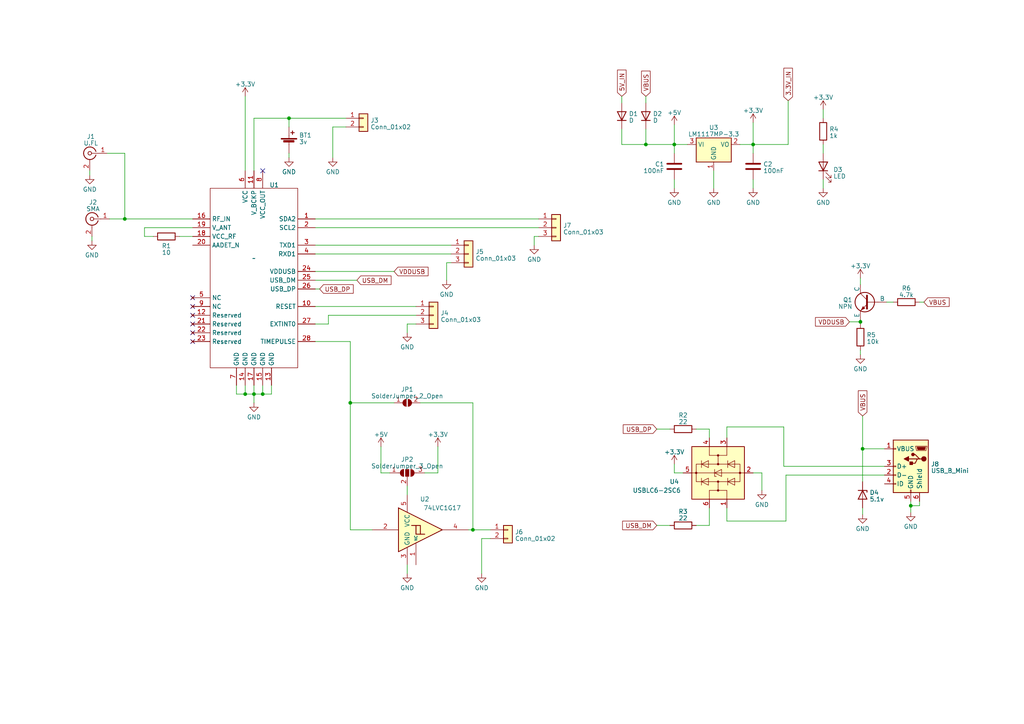
<source format=kicad_sch>
(kicad_sch (version 20230121) (generator eeschema)
  (paper "A4")
  (lib_symbols
    (symbol "74xGxx:74LVC1G17"
      (property "Reference" "U" (at 2.54 7.62 0))
      (property "Value" "74LVC1G17" (at 5.08 -7.62 0))
      (symbol "74LVC1G17_0_1"
        (polyline (pts (xy -2.54 1.27) (xy -1.27 1.27) (xy -1.27 -1.27)) (stroke (width 0.254)) (fill (type background)))
        (polyline (pts (xy -7.62 6.35) (xy -7.62 -6.35) (xy 5.08 0) (xy -7.62 6.35)) (stroke (width 0.254)) (fill (type background)))
        (polyline (pts (xy -3.81 1.27) (xy -2.54 1.27) (xy -2.54 -1.27) (xy 0 -1.27)) (stroke (width 0.254)) (fill (type background)))
      )
      (symbol "74LVC1G17_1_1"
        (pin free line (at -2.54 -10.16 90) (length 6.35) (name "NC") (number "1"))
        (pin input line (at -15.24 0 0) (length 7.62) (name "~") (number "2"))
        (pin power_in line (at -5.08 -10.16 90) (length 5.08) (name "GND") (number "3"))
        (pin output line (at 12.7 0 180) (length 7.62) (name "~") (number "4"))
        (pin power_in line (at -5.08 10.16 270) (length 5.08) (name "VCC") (number "5"))
      )
    )
    (symbol "Connector:Conn_Coaxial" (pin_names (offset 1.016) hide)
      (property "Reference" "J" (at 0.254 3.048 0))
      (property "Value" "Conn_Coaxial" (at 2.921 0 90))
      (symbol "Conn_Coaxial_0_1"
        (arc (start -1.778 -0.508) (mid 0.2311 -1.8066) (end 1.778 0) (stroke (width 0.254)))
        (polyline (pts (xy -2.54 0) (xy -0.508 0)))
        (polyline (pts (xy 0 -2.54) (xy 0 -1.778)))
        (circle (center 0 0) (radius 0.508) (stroke (width 0.2032)))
        (arc (start 1.778 0) (mid 0.2099 1.8101) (end -1.778 0.508) (stroke (width 0.254)))
      )
      (symbol "Conn_Coaxial_1_1"
        (pin passive line (at -5.08 0 0) (length 2.54) (name "In") (number "1"))
        (pin passive line (at 0 -5.08 90) (length 2.54) (name "Ext") (number "2"))
      )
    )
    (symbol "Connector:USB_B_Mini" (pin_names (offset 1.016))
      (property "Reference" "J" (at -5.08 11.43 0))
      (property "Value" "USB_B_Mini" (at -5.08 8.89 0))
      (symbol "USB_B_Mini_0_1"
        (rectangle (start -5.08 -7.62) (end 5.08 7.62) (stroke (width 0.254)) (fill (type background)))
        (circle (center -3.81 2.159) (radius 0.635) (stroke (width 0.254)) (fill (type outline)))
        (circle (center -0.635 3.429) (radius 0.381) (stroke (width 0.254)) (fill (type outline)))
        (rectangle (start -0.127 -7.62) (end 0.127 -6.858))
        (polyline (pts (xy -1.905 2.159) (xy 0.635 2.159)) (stroke (width 0.254)))
        (polyline (pts (xy -3.175 2.159) (xy -2.54 2.159) (xy -1.27 3.429) (xy -0.635 3.429)) (stroke (width 0.254)))
        (polyline (pts (xy -2.54 2.159) (xy -1.905 2.159) (xy -1.27 0.889) (xy 0 0.889)) (stroke (width 0.254)))
        (polyline (pts (xy 0.635 2.794) (xy 0.635 1.524) (xy 1.905 2.159) (xy 0.635 2.794)) (stroke (width 0.254)) (fill (type outline)))
        (polyline (pts (xy -4.318 5.588) (xy -1.778 5.588) (xy -2.032 4.826) (xy -4.064 4.826) (xy -4.318 5.588)) (fill (type outline)))
        (polyline (pts (xy -4.699 5.842) (xy -4.699 5.588) (xy -4.445 4.826) (xy -4.445 4.572) (xy -1.651 4.572) (xy -1.651 4.826) (xy -1.397 5.588) (xy -1.397 5.842) (xy -4.699 5.842)))
        (rectangle (start 0.254 1.27) (end -0.508 0.508) (stroke (width 0.254)) (fill (type outline)))
        (rectangle (start 5.08 -5.207) (end 4.318 -4.953))
        (rectangle (start 5.08 -2.667) (end 4.318 -2.413))
        (rectangle (start 5.08 -0.127) (end 4.318 0.127))
        (rectangle (start 5.08 4.953) (end 4.318 5.207))
      )
      (symbol "USB_B_Mini_1_1"
        (pin power_out line (at 7.62 5.08 180) (length 2.54) (name "VBUS") (number "1"))
        (pin bidirectional line (at 7.62 -2.54 180) (length 2.54) (name "D-") (number "2"))
        (pin bidirectional line (at 7.62 0 180) (length 2.54) (name "D+") (number "3"))
        (pin passive line (at 7.62 -5.08 180) (length 2.54) (name "ID") (number "4"))
        (pin power_out line (at 0 -10.16 90) (length 2.54) (name "GND") (number "5"))
        (pin passive line (at -2.54 -10.16 90) (length 2.54) (name "Shield") (number "6"))
      )
    )
    (symbol "Connector_Generic:Conn_01x02" (pin_names (offset 1.016) hide)
      (property "Reference" "J" (at 0 2.54 0))
      (property "Value" "Conn_01x02" (at 0 -5.08 0))
      (symbol "Conn_01x02_1_1"
        (rectangle (start -1.27 -2.413) (end 0 -2.667) (stroke (width 0.1524)))
        (rectangle (start -1.27 0.127) (end 0 -0.127) (stroke (width 0.1524)))
        (rectangle (start -1.27 1.27) (end 1.27 -3.81) (stroke (width 0.254)) (fill (type background)))
        (pin passive line (at -5.08 0 0) (length 3.81) (name "Pin_1") (number "1"))
        (pin passive line (at -5.08 -2.54 0) (length 3.81) (name "Pin_2") (number "2"))
      )
    )
    (symbol "Connector_Generic:Conn_01x03" (pin_names (offset 1.016) hide)
      (property "Reference" "J" (at 0 5.08 0))
      (property "Value" "Conn_01x03" (at 0 -5.08 0))
      (symbol "Conn_01x03_1_1"
        (rectangle (start -1.27 -2.413) (end 0 -2.667) (stroke (width 0.1524)))
        (rectangle (start -1.27 0.127) (end 0 -0.127) (stroke (width 0.1524)))
        (rectangle (start -1.27 2.667) (end 0 2.413) (stroke (width 0.1524)))
        (rectangle (start -1.27 3.81) (end 1.27 -3.81) (stroke (width 0.254)) (fill (type background)))
        (pin passive line (at -5.08 2.54 0) (length 3.81) (name "Pin_1") (number "1"))
        (pin passive line (at -5.08 0 0) (length 3.81) (name "Pin_2") (number "2"))
        (pin passive line (at -5.08 -2.54 0) (length 3.81) (name "Pin_3") (number "3"))
      )
    )
    (symbol "Device:Battery_Cell" (pin_numbers hide) (pin_names (offset 0) hide)
      (property "Reference" "BT" (at 2.54 2.54 0))
      (property "Value" "Battery_Cell" (at 2.54 0 0))
      (symbol "Battery_Cell_0_1"
        (rectangle (start -2.286 1.778) (end 2.286 1.524) (fill (type outline)))
        (rectangle (start -1.5748 1.1938) (end 1.4732 0.6858) (fill (type outline)))
        (polyline (pts (xy 0 0.762) (xy 0 0)))
        (polyline (pts (xy 0 1.778) (xy 0 2.54)))
        (polyline (pts (xy 0.508 3.429) (xy 1.524 3.429)) (stroke (width 0.254)))
        (polyline (pts (xy 1.016 3.937) (xy 1.016 2.921)) (stroke (width 0.254)))
      )
      (symbol "Battery_Cell_1_1"
        (pin passive line (at 0 5.08 270) (length 2.54) (name "+") (number "1"))
        (pin passive line (at 0 -2.54 90) (length 2.54) (name "-") (number "2"))
      )
    )
    (symbol "Device:C" (pin_numbers hide) (pin_names (offset 0.254))
      (property "Reference" "C" (at 0.635 2.54 0))
      (property "Value" "C" (at 0.635 -2.54 0))
      (symbol "C_0_1"
        (polyline (pts (xy -2.032 -0.762) (xy 2.032 -0.762)) (stroke (width 0.508)))
        (polyline (pts (xy -2.032 0.762) (xy 2.032 0.762)) (stroke (width 0.508)))
      )
      (symbol "C_1_1"
        (pin passive line (at 0 3.81 270) (length 2.794) (name "~") (number "1"))
        (pin passive line (at 0 -3.81 90) (length 2.794) (name "~") (number "2"))
      )
    )
    (symbol "Device:D" (pin_numbers hide) (pin_names (offset 1.016) hide)
      (property "Reference" "D" (at 0 2.54 0))
      (property "Value" "D" (at 0 -2.54 0))
      (symbol "D_0_1"
        (polyline (pts (xy -1.27 1.27) (xy -1.27 -1.27)) (stroke (width 0.254)))
        (polyline (pts (xy 1.27 0) (xy -1.27 0)))
        (polyline (pts (xy 1.27 1.27) (xy 1.27 -1.27) (xy -1.27 0) (xy 1.27 1.27)) (stroke (width 0.254)))
      )
      (symbol "D_1_1"
        (pin passive line (at -3.81 0 0) (length 2.54) (name "K") (number "1"))
        (pin passive line (at 3.81 0 180) (length 2.54) (name "A") (number "2"))
      )
    )
    (symbol "Device:D_Zener" (pin_numbers hide) (pin_names (offset 1.016) hide)
      (property "Reference" "D" (at 0 2.54 0))
      (property "Value" "D_Zener" (at 0 -2.54 0))
      (symbol "D_Zener_0_1"
        (polyline (pts (xy 1.27 0) (xy -1.27 0)))
        (polyline (pts (xy -1.27 -1.27) (xy -1.27 1.27) (xy -0.762 1.27)) (stroke (width 0.254)))
        (polyline (pts (xy 1.27 -1.27) (xy 1.27 1.27) (xy -1.27 0) (xy 1.27 -1.27)) (stroke (width 0.254)))
      )
      (symbol "D_Zener_1_1"
        (pin passive line (at -3.81 0 0) (length 2.54) (name "K") (number "1"))
        (pin passive line (at 3.81 0 180) (length 2.54) (name "A") (number "2"))
      )
    )
    (symbol "Device:LED" (pin_numbers hide) (pin_names (offset 1.016) hide)
      (property "Reference" "D" (at 0 2.54 0))
      (property "Value" "LED" (at 0 -2.54 0))
      (symbol "LED_0_1"
        (polyline (pts (xy -1.27 -1.27) (xy -1.27 1.27)) (stroke (width 0.254)))
        (polyline (pts (xy -1.27 0) (xy 1.27 0)))
        (polyline (pts (xy 1.27 -1.27) (xy 1.27 1.27) (xy -1.27 0) (xy 1.27 -1.27)) (stroke (width 0.254)))
        (polyline (pts (xy -3.048 -0.762) (xy -4.572 -2.286) (xy -3.81 -2.286) (xy -4.572 -2.286) (xy -4.572 -1.524)))
        (polyline (pts (xy -1.778 -0.762) (xy -3.302 -2.286) (xy -2.54 -2.286) (xy -3.302 -2.286) (xy -3.302 -1.524)))
      )
      (symbol "LED_1_1"
        (pin passive line (at -3.81 0 0) (length 2.54) (name "K") (number "1"))
        (pin passive line (at 3.81 0 180) (length 2.54) (name "A") (number "2"))
      )
    )
    (symbol "Device:R" (pin_numbers hide) (pin_names (offset 0))
      (property "Reference" "R" (at 2.032 0 90))
      (property "Value" "R" (at 0 0 90))
      (symbol "R_0_1"
        (rectangle (start -1.016 -2.54) (end 1.016 2.54) (stroke (width 0.254)))
      )
      (symbol "R_1_1"
        (pin passive line (at 0 3.81 270) (length 1.27) (name "~") (number "1"))
        (pin passive line (at 0 -3.81 90) (length 1.27) (name "~") (number "2"))
      )
    )
    (symbol "Jumper:SolderJumper_2_Open" (pin_names (offset 0) hide)
      (property "Reference" "JP" (at 0 2.032 0))
      (property "Value" "SolderJumper_2_Open" (at 0 -2.54 0))
      (symbol "SolderJumper_2_Open_0_1"
        (arc (start -0.254 1.016) (mid -1.2656 0) (end -0.254 -1.016))
        (arc (start -0.254 1.016) (mid -1.2656 0) (end -0.254 -1.016) (fill (type outline)))
        (polyline (pts (xy -0.254 1.016) (xy -0.254 -1.016)))
        (polyline (pts (xy 0.254 1.016) (xy 0.254 -1.016)))
        (arc (start 0.254 -1.016) (mid 1.2656 0) (end 0.254 1.016))
        (arc (start 0.254 -1.016) (mid 1.2656 0) (end 0.254 1.016) (fill (type outline)))
      )
      (symbol "SolderJumper_2_Open_1_1"
        (pin passive line (at -3.81 0 0) (length 2.54) (name "A") (number "1"))
        (pin passive line (at 3.81 0 180) (length 2.54) (name "B") (number "2"))
      )
    )
    (symbol "Jumper:SolderJumper_3_Open" (pin_names (offset 0) hide)
      (property "Reference" "JP" (at -2.54 -2.54 0))
      (property "Value" "SolderJumper_3_Open" (at 0 2.794 0))
      (symbol "SolderJumper_3_Open_0_1"
        (arc (start -1.016 1.016) (mid -2.0276 0) (end -1.016 -1.016))
        (arc (start -1.016 1.016) (mid -2.0276 0) (end -1.016 -1.016) (fill (type outline)))
        (rectangle (start -0.508 1.016) (end 0.508 -1.016) (fill (type outline)))
        (polyline (pts (xy -2.54 0) (xy -2.032 0)))
        (polyline (pts (xy -1.016 1.016) (xy -1.016 -1.016)))
        (polyline (pts (xy 0 -1.27) (xy 0 -1.016)))
        (polyline (pts (xy 1.016 1.016) (xy 1.016 -1.016)))
        (polyline (pts (xy 2.54 0) (xy 2.032 0)))
        (arc (start 1.016 -1.016) (mid 2.0276 0) (end 1.016 1.016))
        (arc (start 1.016 -1.016) (mid 2.0276 0) (end 1.016 1.016) (fill (type outline)))
      )
      (symbol "SolderJumper_3_Open_1_1"
        (pin passive line (at -5.08 0 0) (length 2.54) (name "A") (number "1"))
        (pin passive line (at 0 -3.81 90) (length 2.54) (name "C") (number "2"))
        (pin passive line (at 5.08 0 180) (length 2.54) (name "B") (number "3"))
      )
    )
    (symbol "Power_Protection:USBLC6-2SC6" (pin_names hide)
      (property "Reference" "U" (at 2.54 8.89 0))
      (property "Value" "USBLC6-2SC6" (at 2.54 -8.89 0))
      (symbol "USBLC6-2SC6_0_1"
        (rectangle (start -7.62 -7.62) (end 7.62 7.62) (stroke (width 0.254)) (fill (type background)))
        (circle (center -5.08 0) (radius 0.254) (fill (type outline)))
        (circle (center -2.54 0) (radius 0.254) (fill (type outline)))
        (rectangle (start -2.54 6.35) (end 2.54 -6.35))
        (circle (center 0 -6.35) (radius 0.254) (fill (type outline)))
        (polyline (pts (xy -5.08 -2.54) (xy -7.62 -2.54)))
        (polyline (pts (xy -5.08 0) (xy -5.08 -2.54)))
        (polyline (pts (xy -5.08 2.54) (xy -7.62 2.54)))
        (polyline (pts (xy -1.524 -2.794) (xy -3.556 -2.794)))
        (polyline (pts (xy -1.524 4.826) (xy -3.556 4.826)))
        (polyline (pts (xy 0 -7.62) (xy 0 -6.35)))
        (polyline (pts (xy 0 -6.35) (xy 0 1.27)))
        (polyline (pts (xy 0 1.27) (xy 0 6.35)))
        (polyline (pts (xy 0 6.35) (xy 0 7.62)))
        (polyline (pts (xy 1.524 -2.794) (xy 3.556 -2.794)))
        (polyline (pts (xy 1.524 4.826) (xy 3.556 4.826)))
        (polyline (pts (xy 5.08 -2.54) (xy 7.62 -2.54)))
        (polyline (pts (xy 5.08 0) (xy 5.08 -2.54)))
        (polyline (pts (xy 5.08 2.54) (xy 7.62 2.54)))
        (polyline (pts (xy -2.54 0) (xy -5.08 0) (xy -5.08 2.54)))
        (polyline (pts (xy 2.54 0) (xy 5.08 0) (xy 5.08 2.54)))
        (polyline (pts (xy -3.556 -4.826) (xy -1.524 -4.826) (xy -2.54 -2.794) (xy -3.556 -4.826)))
        (polyline (pts (xy -3.556 2.794) (xy -1.524 2.794) (xy -2.54 4.826) (xy -3.556 2.794)))
        (polyline (pts (xy -1.016 -1.016) (xy 1.016 -1.016) (xy 0 1.016) (xy -1.016 -1.016)))
        (polyline (pts (xy 1.016 1.016) (xy 0.762 1.016) (xy -1.016 1.016) (xy -1.016 0.508)))
        (polyline (pts (xy 3.556 -4.826) (xy 1.524 -4.826) (xy 2.54 -2.794) (xy 3.556 -4.826)))
        (polyline (pts (xy 3.556 2.794) (xy 1.524 2.794) (xy 2.54 4.826) (xy 3.556 2.794)))
        (circle (center 0 6.35) (radius 0.254) (fill (type outline)))
        (circle (center 2.54 0) (radius 0.254) (fill (type outline)))
        (circle (center 5.08 0) (radius 0.254) (fill (type outline)))
      )
      (symbol "USBLC6-2SC6_1_1"
        (pin passive line (at -10.16 -2.54 0) (length 2.54) (name "I/O1") (number "1"))
        (pin passive line (at 0 -10.16 90) (length 2.54) (name "GND") (number "2"))
        (pin passive line (at 10.16 -2.54 180) (length 2.54) (name "I/O2") (number "3"))
        (pin passive line (at 10.16 2.54 180) (length 2.54) (name "I/O2") (number "4"))
        (pin passive line (at 0 10.16 270) (length 2.54) (name "VBUS") (number "5"))
        (pin passive line (at -10.16 2.54 0) (length 2.54) (name "I/O1") (number "6"))
      )
    )
    (symbol "Regulator_Linear:LM1117MP-3.3"
      (property "Reference" "U" (at -3.81 3.175 0))
      (property "Value" "LM1117MP-3.3" (at 0 3.175 0))
      (symbol "LM1117MP-3.3_0_1"
        (rectangle (start -5.08 -5.08) (end 5.08 1.905) (stroke (width 0.254)) (fill (type background)))
      )
      (symbol "LM1117MP-3.3_1_1"
        (pin power_in line (at 0 -7.62 90) (length 2.54) (name "GND") (number "1"))
        (pin power_out line (at 7.62 0 180) (length 2.54) (name "VO") (number "2"))
        (pin power_in line (at -7.62 0 0) (length 2.54) (name "VI") (number "3"))
      )
    )
    (symbol "Simulation_SPICE:NPN" (pin_numbers hide) (pin_names (offset 0))
      (property "Reference" "Q" (at -2.54 7.62 0))
      (property "Value" "NPN" (at -2.54 5.08 0))
      (symbol "NPN_0_1"
        (polyline (pts (xy -2.54 0) (xy 0.635 0)) (stroke (width 0.1524)))
        (polyline (pts (xy 0.635 0.635) (xy 2.54 2.54)))
        (polyline (pts (xy 2.794 -1.27) (xy 2.794 -1.27)) (stroke (width 0.1524)))
        (polyline (pts (xy 2.794 -1.27) (xy 2.794 -1.27)) (stroke (width 0.1524)))
        (polyline (pts (xy 0.635 -0.635) (xy 2.54 -2.54) (xy 2.54 -2.54)))
        (polyline (pts (xy 0.635 1.905) (xy 0.635 -1.905) (xy 0.635 -1.905)) (stroke (width 0.508)))
        (polyline (pts (xy 1.27 -1.778) (xy 1.778 -1.27) (xy 2.286 -2.286) (xy 1.27 -1.778) (xy 1.27 -1.778)) (fill (type outline)))
        (circle (center 1.27 0) (radius 2.8194) (stroke (width 0.254)))
      )
      (symbol "NPN_1_1"
        (pin open_collector line (at 2.54 5.08 270) (length 2.54) (name "C") (number "1"))
        (pin input line (at -5.08 0 0) (length 2.54) (name "B") (number "2"))
        (pin open_emitter line (at 2.54 -5.08 90) (length 2.54) (name "E") (number "3"))
      )
    )
    (symbol "power:+3.3V" (power) (pin_names (offset 0))
      (property "Value" "+3.3V" (at 0 3.556 0))
      (symbol "+3.3V_0_1"
        (polyline (pts (xy -0.762 1.27) (xy 0 2.54)))
        (polyline (pts (xy 0 0) (xy 0 2.54)))
        (polyline (pts (xy 0 2.54) (xy 0.762 1.27)))
      )
      (symbol "+3.3V_1_1"
        (pin power_in line (at 0 0 90) (length 0) hide (name "+3.3V") (number "1"))
      )
    )
    (symbol "power:+5V" (power) (pin_names (offset 0))
      (property "Value" "+5V" (at 0 3.556 0))
      (symbol "+5V_0_1"
        (polyline (pts (xy -0.762 1.27) (xy 0 2.54)))
        (polyline (pts (xy 0 0) (xy 0 2.54)))
        (polyline (pts (xy 0 2.54) (xy 0.762 1.27)))
      )
      (symbol "+5V_1_1"
        (pin power_in line (at 0 0 90) (length 0) hide (name "+5V") (number "1"))
      )
    )
    (symbol "power:GND" (power) (pin_names (offset 0))
      (property "Value" "GND" (at 0 -3.81 0))
      (symbol "GND_0_1"
        (polyline (pts (xy 0 0) (xy 0 -1.27) (xy 1.27 -1.27) (xy 0 -2.54) (xy -1.27 -1.27) (xy 0 -1.27)))
      )
      (symbol "GND_1_1"
        (pin power_in line (at 0 0 270) (length 0) hide (name "GND") (number "1"))
      )
    )
    (symbol "ublox-lea-6h:ublox-lea-6h"
      (property "Reference" "U" (at 0 0 0))
      (symbol "ublox-lea-6h_1_1"
        (rectangle (start -12.7 26.67) (end 12.7 -25.4))
        (pin bidirectional line (at 17.78 17.78 180) (length 5.08) (name "SDA2") (number "1"))
        (pin input line (at 17.78 -7.62 180) (length 5.08) (name "RESET") (number "10"))
        (pin power_in line (at 0 31.75 270) (length 5.08) (name "V_BCKP") (number "11"))
        (pin no_connect line (at -17.78 -10.16 0) (length 5.08) (name "Reserved") (number "12"))
        (pin power_in line (at 5.08 -30.48 90) (length 5.08) (name "GND") (number "13"))
        (pin power_in line (at -2.54 -30.48 90) (length 5.08) (name "GND") (number "14"))
        (pin power_in line (at 2.54 -30.48 90) (length 5.08) (name "GND") (number "15"))
        (pin input line (at -17.78 17.78 0) (length 5.08) (name "RF_IN") (number "16"))
        (pin power_in line (at 0 -30.48 90) (length 5.08) (name "GND") (number "17"))
        (pin power_in line (at -17.78 12.7 0) (length 5.08) (name "VCC_RF") (number "18"))
        (pin power_in line (at -17.78 15.24 0) (length 5.08) (name "V_ANT") (number "19"))
        (pin input line (at 17.78 15.24 180) (length 5.08) (name "SCL2") (number "2"))
        (pin input line (at -17.78 10.16 0) (length 5.08) (name "AADET_N") (number "20"))
        (pin no_connect line (at -17.78 -12.7 0) (length 5.08) (name "Reserved") (number "21"))
        (pin no_connect line (at -17.78 -15.24 0) (length 5.08) (name "Reserved") (number "22"))
        (pin no_connect line (at -17.78 -17.78 0) (length 5.08) (name "Reserved") (number "23"))
        (pin power_in line (at 17.78 2.54 180) (length 5.08) (name "VDDUSB") (number "24"))
        (pin bidirectional line (at 17.78 0 180) (length 5.08) (name "USB_DM") (number "25"))
        (pin bidirectional line (at 17.78 -2.54 180) (length 5.08) (name "USB_DP") (number "26"))
        (pin input line (at 17.78 -12.7 180) (length 5.08) (name "EXTINT0") (number "27"))
        (pin output line (at 17.78 -17.78 180) (length 5.08) (name "TIMEPULSE") (number "28"))
        (pin output line (at 17.78 10.16 180) (length 5.08) (name "TXD1") (number "3"))
        (pin input line (at 17.78 7.62 180) (length 5.08) (name "RXD1") (number "4"))
        (pin no_connect line (at -17.78 -5.08 0) (length 5.08) (name "NC") (number "5"))
        (pin power_in line (at -2.54 31.75 270) (length 5.08) (name "VCC") (number "6"))
        (pin power_in line (at -5.08 -30.48 90) (length 5.08) (name "GND") (number "7"))
        (pin power_out line (at 2.54 31.75 270) (length 5.08) (name "VCC_OUT") (number "8"))
        (pin no_connect line (at -17.78 -7.62 0) (length 5.08) (name "NC") (number "9"))
      )
    )
  )
  (junction (at 187.325 41.91))
  (junction (at 71.12 114.3))
  (junction (at 249.555 93.345))
  (junction (at 195.58 41.91))
  (junction (at 101.6 116.84))
  (junction (at 250.19 130.175))
  (junction (at 218.44 41.91))
  (junction (at 36.195 63.5))
  (junction (at 73.66 114.3))
  (junction (at 76.2 114.3))
  (junction (at 83.82 34.29))
  (junction (at 264.16 146.685))
  (junction (at 137.16 153.67))
  (no_connect (at 55.88 91.44))
  (no_connect (at 55.88 99.06))
  (no_connect (at 55.88 88.9))
  (no_connect (at 55.88 96.52))
  (no_connect (at 55.88 86.36))
  (no_connect (at 76.2 49.53))
  (no_connect (at 55.88 93.98))
  (wire (pts (xy 218.44 41.91) (xy 228.6 41.91)))
  (wire (pts (xy 68.58 114.3) (xy 71.12 114.3)))
  (wire (pts (xy 36.195 63.5) (xy 55.88 63.5)))
  (wire (pts (xy 83.82 44.45) (xy 83.82 45.72)))
  (wire (pts (xy 156.21 68.58) (xy 154.94 68.58)))
  (wire (pts (xy 110.49 129.54) (xy 110.49 137.16)))
  (wire (pts (xy 73.66 114.3) (xy 76.2 114.3)))
  (wire (pts (xy 130.81 76.2) (xy 129.54 76.2)))
  (wire (pts (xy 218.44 41.91) (xy 218.44 44.45)))
  (wire (pts (xy 198.12 137.16) (xy 195.58 137.16)))
  (wire (pts (xy 137.16 116.84) (xy 137.16 153.67)))
  (wire (pts (xy 218.44 52.07) (xy 218.44 54.61)))
  (wire (pts (xy 91.44 71.12) (xy 130.81 71.12)))
  (wire (pts (xy 187.325 41.91) (xy 195.58 41.91)))
  (wire (pts (xy 71.12 111.76) (xy 71.12 114.3)))
  (wire (pts (xy 55.88 66.04) (xy 41.91 66.04)))
  (wire (pts (xy 118.11 140.97) (xy 118.11 143.51)))
  (wire (pts (xy 91.44 73.66) (xy 130.81 73.66)))
  (wire (pts (xy 249.555 93.345) (xy 249.555 93.98)))
  (wire (pts (xy 101.6 116.84) (xy 114.3 116.84)))
  (wire (pts (xy 73.66 34.29) (xy 83.82 34.29)))
  (wire (pts (xy 127 129.54) (xy 127 137.16)))
  (wire (pts (xy 123.19 137.16) (xy 127 137.16)))
  (wire (pts (xy 91.44 81.28) (xy 103.505 81.28)))
  (wire (pts (xy 220.98 137.16) (xy 220.98 142.24)))
  (wire (pts (xy 195.58 41.91) (xy 195.58 44.45)))
  (wire (pts (xy 238.76 31.75) (xy 238.76 34.29)))
  (wire (pts (xy 257.175 87.63) (xy 259.08 87.63)))
  (wire (pts (xy 195.58 137.16) (xy 195.58 134.62)))
  (wire (pts (xy 249.555 101.6) (xy 249.555 102.87)))
  (wire (pts (xy 250.19 130.175) (xy 256.54 130.175)))
  (wire (pts (xy 180.34 37.465) (xy 180.34 41.91)))
  (wire (pts (xy 180.34 41.91) (xy 187.325 41.91)))
  (wire (pts (xy 83.82 34.29) (xy 100.33 34.29)))
  (wire (pts (xy 91.44 78.74) (xy 114.3 78.74)))
  (wire (pts (xy 264.16 145.415) (xy 264.16 146.685)))
  (wire (pts (xy 91.44 99.06) (xy 101.6 99.06)))
  (wire (pts (xy 71.12 27.94) (xy 71.12 49.53)))
  (wire (pts (xy 83.82 34.29) (xy 83.82 36.83)))
  (wire (pts (xy 26.67 68.58) (xy 26.67 69.85)))
  (wire (pts (xy 264.16 146.685) (xy 264.16 148.59)))
  (wire (pts (xy 205.74 124.46) (xy 205.74 127)))
  (wire (pts (xy 195.58 52.07) (xy 195.58 54.61)))
  (wire (pts (xy 266.7 87.63) (xy 267.97 87.63)))
  (wire (pts (xy 36.195 44.45) (xy 36.195 63.5)))
  (wire (pts (xy 227.33 135.255) (xy 227.33 123.825)))
  (wire (pts (xy 187.325 27.94) (xy 187.325 29.845)))
  (wire (pts (xy 187.325 37.465) (xy 187.325 41.91)))
  (wire (pts (xy 250.19 120.65) (xy 250.19 130.175)))
  (wire (pts (xy 31.115 44.45) (xy 36.195 44.45)))
  (wire (pts (xy 73.66 34.29) (xy 73.66 49.53)))
  (wire (pts (xy 100.33 36.83) (xy 96.52 36.83)))
  (wire (pts (xy 91.44 88.9) (xy 120.65 88.9)))
  (wire (pts (xy 137.16 153.67) (xy 142.24 153.67)))
  (wire (pts (xy 135.89 153.67) (xy 137.16 153.67)))
  (wire (pts (xy 256.54 135.255) (xy 227.33 135.255)))
  (wire (pts (xy 118.11 93.98) (xy 118.11 96.52)))
  (wire (pts (xy 249.555 80.645) (xy 249.555 82.55)))
  (wire (pts (xy 210.82 151.13) (xy 227.965 151.13)))
  (wire (pts (xy 238.76 41.91) (xy 238.76 44.45)))
  (wire (pts (xy 190.5 124.46) (xy 194.31 124.46)))
  (wire (pts (xy 101.6 153.67) (xy 107.95 153.67)))
  (wire (pts (xy 180.34 27.94) (xy 180.34 29.845)))
  (wire (pts (xy 207.01 49.53) (xy 207.01 54.61)))
  (wire (pts (xy 73.66 114.3) (xy 73.66 116.84)))
  (wire (pts (xy 120.65 93.98) (xy 118.11 93.98)))
  (wire (pts (xy 228.6 41.91) (xy 228.6 29.21)))
  (wire (pts (xy 266.7 146.685) (xy 266.7 145.415)))
  (wire (pts (xy 195.58 41.91) (xy 199.39 41.91)))
  (wire (pts (xy 205.74 147.32) (xy 205.74 152.4)))
  (wire (pts (xy 91.44 66.04) (xy 156.21 66.04)))
  (wire (pts (xy 91.44 83.82) (xy 92.71 83.82)))
  (wire (pts (xy 227.965 137.795) (xy 256.54 137.795)))
  (wire (pts (xy 238.76 52.07) (xy 238.76 54.61)))
  (wire (pts (xy 113.03 137.16) (xy 110.49 137.16)))
  (wire (pts (xy 250.19 130.175) (xy 250.19 139.7)))
  (wire (pts (xy 52.07 68.58) (xy 55.88 68.58)))
  (wire (pts (xy 91.44 93.98) (xy 95.25 93.98)))
  (wire (pts (xy 76.2 111.76) (xy 76.2 114.3)))
  (wire (pts (xy 264.16 146.685) (xy 266.7 146.685)))
  (wire (pts (xy 41.91 68.58) (xy 44.45 68.58)))
  (wire (pts (xy 101.6 99.06) (xy 101.6 116.84)))
  (wire (pts (xy 71.12 114.3) (xy 73.66 114.3)))
  (wire (pts (xy 91.44 63.5) (xy 156.21 63.5)))
  (wire (pts (xy 78.74 114.3) (xy 78.74 111.76)))
  (wire (pts (xy 142.24 156.21) (xy 139.7 156.21)))
  (wire (pts (xy 218.44 137.16) (xy 220.98 137.16)))
  (wire (pts (xy 95.25 93.98) (xy 95.25 91.44)))
  (wire (pts (xy 227.965 151.13) (xy 227.965 137.795)))
  (wire (pts (xy 190.5 152.4) (xy 194.31 152.4)))
  (wire (pts (xy 210.82 123.825) (xy 210.82 127)))
  (wire (pts (xy 76.2 114.3) (xy 78.74 114.3)))
  (wire (pts (xy 95.25 91.44) (xy 120.65 91.44)))
  (wire (pts (xy 121.92 116.84) (xy 137.16 116.84)))
  (wire (pts (xy 73.66 111.76) (xy 73.66 114.3)))
  (wire (pts (xy 250.19 147.32) (xy 250.19 149.225)))
  (wire (pts (xy 129.54 76.2) (xy 129.54 81.28)))
  (wire (pts (xy 249.555 92.71) (xy 249.555 93.345)))
  (wire (pts (xy 227.33 123.825) (xy 210.82 123.825)))
  (wire (pts (xy 154.94 68.58) (xy 154.94 71.12)))
  (wire (pts (xy 31.75 63.5) (xy 36.195 63.5)))
  (wire (pts (xy 26.035 49.53) (xy 26.035 50.8)))
  (wire (pts (xy 246.38 93.345) (xy 249.555 93.345)))
  (wire (pts (xy 139.7 156.21) (xy 139.7 166.37)))
  (wire (pts (xy 195.58 36.195) (xy 195.58 41.91)))
  (wire (pts (xy 118.11 163.83) (xy 118.11 166.37)))
  (wire (pts (xy 68.58 111.76) (xy 68.58 114.3)))
  (wire (pts (xy 41.91 66.04) (xy 41.91 68.58)))
  (wire (pts (xy 96.52 36.83) (xy 96.52 45.72)))
  (wire (pts (xy 218.44 35.56) (xy 218.44 41.91)))
  (wire (pts (xy 210.82 147.32) (xy 210.82 151.13)))
  (wire (pts (xy 201.93 152.4) (xy 205.74 152.4)))
  (wire (pts (xy 101.6 116.84) (xy 101.6 153.67)))
  (wire (pts (xy 214.63 41.91) (xy 218.44 41.91)))
  (wire (pts (xy 205.74 124.46) (xy 201.93 124.46)))
  (global_label "VDDUSB" (shape input) (at 246.38 93.345 180) (property "Intersheetrefs" "${INTERSHEET_REFS}" (effects hide)))
  (global_label "VBUS" (shape input) (at 267.97 87.63 0) (property "Intersheetrefs" "${INTERSHEET_REFS}" (effects hide)))
  (global_label "5V_IN" (shape input) (at 180.34 27.94 90) (property "Intersheetrefs" "${INTERSHEET_REFS}" (effects hide)))
  (global_label "3.3V_IN" (shape input) (at 228.6 29.21 90) (property "Intersheetrefs" "${INTERSHEET_REFS}" (effects hide)))
  (global_label "VBUS" (shape input) (at 187.325 27.94 90) (property "Intersheetrefs" "${INTERSHEET_REFS}" (effects hide)))
  (global_label "USB_DP" (shape input) (at 190.5 124.46 180) (property "Intersheetrefs" "${INTERSHEET_REFS}" (effects hide)))
  (global_label "VDDUSB" (shape input) (at 114.3 78.74 0) (property "Intersheetrefs" "${INTERSHEET_REFS}" (effects hide)))
  (global_label "USB_DM" (shape input) (at 103.505 81.28 0) (property "Intersheetrefs" "${INTERSHEET_REFS}" (effects hide)))
  (global_label "VBUS" (shape input) (at 250.19 120.65 90) (property "Intersheetrefs" "${INTERSHEET_REFS}" (effects hide)))
  (global_label "USB_DP" (shape input) (at 92.71 83.82 0) (property "Intersheetrefs" "${INTERSHEET_REFS}" (effects hide)))
  (global_label "USB_DM" (shape input) (at 190.5 152.4 180) (property "Intersheetrefs" "${INTERSHEET_REFS}" (effects hide)))
  (symbol (lib_id "Connector:Conn_Coaxial") (at 26.67 63.5 0) (mirror y) (unit 1)
    (property "Reference" "J2" (at 26.9874 58.6635 0))
    (property "Value" "SMA" (at 26.9874 60.5845 0))
    (property "Datasheet" " ~" (effects hide))
  )
  (symbol (lib_id "power:+3.3V") (at 238.76 31.75 0) (unit 1)
    (property "Reference" "#PWR021" (effects hide))
    (property "Value" "+3.3V" (at 238.76 28.2481 0))
  )
  (symbol (lib_id "power:+3.3V") (at 195.58 134.62 0) (unit 1)
    (property "Reference" "#PWR016" (effects hide))
    (property "Value" "+3.3V" (at 195.58 131.1181 0))
  )
  (symbol (lib_id "Device:LED") (at 238.76 48.26 90) (unit 1)
    (property "Reference" "D3" (at 241.681 49.2038 90) (effects (justify right)))
    (property "Value" "LED" (at 241.681 51.1248 90) (effects (justify right)))
  )
  (symbol (lib_id "power:GND") (at 83.82 45.72 0) (unit 1)
    (property "Reference" "#PWR05" (effects hide))
    (property "Value" "GND" (at 83.82 49.8555 0))
  )
  (symbol (lib_id "power:GND") (at 195.58 54.61 0) (unit 1)
    (property "Reference" "#PWR015" (effects hide))
    (property "Value" "GND" (at 195.58 58.7455 0))
  )
  (symbol (lib_id "power:GND") (at 26.67 69.85 0) (unit 1)
    (property "Reference" "#PWR02" (effects hide))
    (property "Value" "GND" (at 26.67 73.9855 0))
  )
  (symbol (lib_id "Device:D_Zener") (at 250.19 143.51 270) (unit 1)
    (property "Reference" "D4" (at 252.222 142.8663 90) (effects (justify left)))
    (property "Value" "5.1v" (at 252.222 144.7873 90) (effects (justify left)))
  )
  (symbol (lib_id "Connector:Conn_Coaxial") (at 26.035 44.45 0) (mirror y) (unit 1)
    (property "Reference" "J1" (at 26.3524 39.6135 0))
    (property "Value" "U.FL" (at 26.3524 41.5345 0))
    (property "Datasheet" " ~" (effects hide))
  )
  (symbol (lib_id "power:GND") (at 218.44 54.61 0) (unit 1)
    (property "Reference" "#PWR019" (effects hide))
    (property "Value" "GND" (at 218.44 58.7455 0))
  )
  (symbol (lib_id "74xGxx:74LVC1G17") (at 123.19 153.67 0) (unit 1)
    (property "Reference" "U2" (at 123.19 144.78 0))
    (property "Value" "74LVC1G17" (at 128.27 147.32 0))
    (property "Datasheet" "https://www.ti.com/lit/ds/symlink/sn74lvc1g17.pdf" (effects hide))
  )
  (symbol (lib_id "Connector:USB_B_Mini") (at 264.16 135.255 0) (mirror y) (unit 1)
    (property "Reference" "J8" (at 270.002 134.6113 0) (effects (justify right)))
    (property "Value" "USB_B_Mini" (at 270.002 136.5323 0) (effects (justify right)))
  )
  (symbol (lib_id "power:GND") (at 249.555 102.87 0) (unit 1)
    (property "Reference" "#PWR024" (effects hide))
    (property "Value" "GND" (at 249.555 107.0055 0))
  )
  (symbol (lib_id "Connector_Generic:Conn_01x02") (at 105.41 34.29 0) (unit 1)
    (property "Reference" "J3" (at 107.442 34.9163 0) (effects (justify left)))
    (property "Value" "Conn_01x02" (at 107.442 36.8373 0) (effects (justify left)))
  )
  (symbol (lib_id "ublox-lea-6h:ublox-lea-6h") (at 73.66 81.28 0) (unit 1)
    (property "Reference" "U1" (at 78.1559 53.6481 0) (effects (justify left)))
    (property "Value" "~" (at 73.66 74.93 0))
  )
  (symbol (lib_id "Device:R") (at 262.89 87.63 90) (unit 1)
    (property "Reference" "R6" (at 262.89 83.6041 90))
    (property "Value" "4.7k" (at 262.89 85.5251 90))
  )
  (symbol (lib_id "Regulator_Linear:LM1117MP-3.3") (at 207.01 41.91 0) (unit 1)
    (property "Reference" "U3" (at 207.01 36.9951 0))
    (property "Value" "LM1117MP-3.3" (at 207.01 38.9161 0))
    (property "Footprint" "Package_TO_SOT_SMD:SOT-223-3_TabPin2" (effects hide))
    (property "Datasheet" "http://www.ti.com/lit/ds/symlink/lm1117.pdf" (effects hide))
  )
  (symbol (lib_id "Jumper:SolderJumper_2_Open") (at 118.11 116.84 0) (unit 1)
    (property "Reference" "JP1" (at 118.11 112.9411 0))
    (property "Value" "SolderJumper_2_Open" (at 118.11 114.8621 0))
  )
  (symbol (lib_id "Device:D") (at 180.34 33.655 90) (unit 1)
    (property "Reference" "D1" (at 182.372 33.0113 90) (effects (justify right)))
    (property "Value" "D" (at 182.372 34.9323 90) (effects (justify right)))
    (property "Sim.Device" "D" (effects hide))
    (property "Sim.Pins" "1=K 2=A" (effects hide))
  )
  (symbol (lib_id "Device:R") (at 238.76 38.1 0) (unit 1)
    (property "Reference" "R4" (at 240.538 37.4563 0) (effects (justify left)))
    (property "Value" "1k" (at 240.538 39.3773 0) (effects (justify left)))
  )
  (symbol (lib_id "Connector_Generic:Conn_01x03") (at 161.29 66.04 0) (unit 1)
    (property "Reference" "J7" (at 163.322 65.3963 0) (effects (justify left)))
    (property "Value" "Conn_01x03" (at 163.322 67.3173 0) (effects (justify left)))
  )
  (symbol (lib_id "Device:D") (at 187.325 33.655 90) (unit 1)
    (property "Reference" "D2" (at 189.357 33.0113 90) (effects (justify right)))
    (property "Value" "D" (at 189.357 34.9323 90) (effects (justify right)))
    (property "Sim.Device" "D" (effects hide))
    (property "Sim.Pins" "1=K 2=A" (effects hide))
  )
  (symbol (lib_id "Connector_Generic:Conn_01x02") (at 147.32 153.67 0) (unit 1)
    (property "Reference" "J6" (at 149.352 154.2963 0) (effects (justify left)))
    (property "Value" "Conn_01x02" (at 149.352 156.2173 0) (effects (justify left)))
  )
  (symbol (lib_id "Device:R") (at 198.12 152.4 90) (unit 1)
    (property "Reference" "R3" (at 198.12 148.3741 90))
    (property "Value" "22" (at 198.12 150.2951 90))
  )
  (symbol (lib_id "power:GND") (at 139.7 166.37 0) (unit 1)
    (property "Reference" "#PWR012" (effects hide))
    (property "Value" "GND" (at 139.7 170.5055 0))
  )
  (symbol (lib_id "Device:R") (at 48.26 68.58 90) (unit 1)
    (property "Reference" "R1" (at 48.26 71.3185 90))
    (property "Value" "10" (at 48.26 73.2395 90))
  )
  (symbol (lib_id "Device:C") (at 195.58 48.26 0) (unit 1)
    (property "Reference" "C1" (at 192.6591 47.6163 0) (effects (justify right)))
    (property "Value" "100nF" (at 192.6591 49.5373 0) (effects (justify right)))
  )
  (symbol (lib_id "Device:C") (at 218.44 48.26 0) (unit 1)
    (property "Reference" "C2" (at 221.361 47.6163 0) (effects (justify left)))
    (property "Value" "100nF" (at 221.361 49.5373 0) (effects (justify left)))
  )
  (symbol (lib_id "power:GND") (at 250.19 149.225 0) (unit 1)
    (property "Reference" "#PWR025" (effects hide))
    (property "Value" "GND" (at 250.19 153.3605 0))
  )
  (symbol (lib_id "power:+3.3V") (at 71.12 27.94 0) (unit 1)
    (property "Reference" "#PWR03" (effects hide))
    (property "Value" "+3.3V" (at 71.12 24.4381 0))
  )
  (symbol (lib_id "power:+5V") (at 195.58 36.195 0) (unit 1)
    (property "Reference" "#PWR014" (effects hide))
    (property "Value" "+5V" (at 195.58 32.6931 0))
  )
  (symbol (lib_id "power:GND") (at 129.54 81.28 0) (unit 1)
    (property "Reference" "#PWR011" (effects hide))
    (property "Value" "GND" (at 129.54 85.4155 0))
  )
  (symbol (lib_id "power:+5V") (at 110.49 129.54 0) (unit 1)
    (property "Reference" "#PWR07" (effects hide))
    (property "Value" "+5V" (at 110.49 126.0381 0))
  )
  (symbol (lib_id "power:+3.3V") (at 127 129.54 0) (unit 1)
    (property "Reference" "#PWR010" (effects hide))
    (property "Value" "+3.3V" (at 127 126.0381 0))
  )
  (symbol (lib_id "Connector_Generic:Conn_01x03") (at 125.73 91.44 0) (unit 1)
    (property "Reference" "J4" (at 127.762 90.7963 0) (effects (justify left)))
    (property "Value" "Conn_01x03" (at 127.762 92.7173 0) (effects (justify left)))
  )
  (symbol (lib_id "power:+3.3V") (at 249.555 80.645 0) (unit 1)
    (property "Reference" "#PWR023" (effects hide))
    (property "Value" "+3.3V" (at 249.555 77.1431 0))
  )
  (symbol (lib_id "power:GND") (at 154.94 71.12 0) (unit 1)
    (property "Reference" "#PWR013" (effects hide))
    (property "Value" "GND" (at 154.94 75.2555 0))
  )
  (symbol (lib_id "power:GND") (at 96.52 45.72 0) (unit 1)
    (property "Reference" "#PWR06" (effects hide))
    (property "Value" "GND" (at 96.52 49.8555 0))
  )
  (symbol (lib_id "Device:R") (at 249.555 97.79 180) (unit 1)
    (property "Reference" "R5" (at 251.333 97.1463 0) (effects (justify right)))
    (property "Value" "10k" (at 251.333 99.0673 0) (effects (justify right)))
  )
  (symbol (lib_id "power:GND") (at 238.76 54.61 0) (unit 1)
    (property "Reference" "#PWR022" (effects hide))
    (property "Value" "GND" (at 238.76 58.7455 0))
  )
  (symbol (lib_id "Device:Battery_Cell") (at 83.82 41.91 0) (unit 1)
    (property "Reference" "BT1" (at 86.741 39.2343 0) (effects (justify left)))
    (property "Value" "3v" (at 86.741 41.1553 0) (effects (justify left)))
  )
  (symbol (lib_id "Connector_Generic:Conn_01x03") (at 135.89 73.66 0) (unit 1)
    (property "Reference" "J5" (at 137.922 73.0163 0) (effects (justify left)))
    (property "Value" "Conn_01x03" (at 137.922 74.9373 0) (effects (justify left)))
  )
  (symbol (lib_id "power:GND") (at 118.11 166.37 0) (unit 1)
    (property "Reference" "#PWR09" (effects hide))
    (property "Value" "GND" (at 118.11 170.5055 0))
  )
  (symbol (lib_id "power:GND") (at 207.01 54.61 0) (unit 1)
    (property "Reference" "#PWR017" (effects hide))
    (property "Value" "GND" (at 207.01 58.7455 0))
  )
  (symbol (lib_id "Jumper:SolderJumper_3_Open") (at 118.11 137.16 0) (unit 1)
    (property "Reference" "JP2" (at 118.11 133.2611 0))
    (property "Value" "SolderJumper_3_Open" (at 118.11 135.1821 0))
  )
  (symbol (lib_id "Power_Protection:USBLC6-2SC6") (at 208.28 137.16 90) (unit 1)
    (property "Reference" "U4" (at 195.58 139.7 90))
    (property "Value" "USBLC6-2SC6" (at 190.5 142.24 90))
    (property "Footprint" "Package_TO_SOT_SMD:SOT-23-6" (effects hide))
    (property "Datasheet" "https://www.st.com/resource/en/datasheet/usblc6-2.pdf" (effects hide))
  )
  (symbol (lib_id "power:GND") (at 73.66 116.84 0) (unit 1)
    (property "Reference" "#PWR04" (effects hide))
    (property "Value" "GND" (at 73.66 120.9755 0))
  )
  (symbol (lib_id "Simulation_SPICE:NPN") (at 252.095 87.63 0) (mirror y) (unit 1)
    (property "Reference" "Q1" (at 247.2436 86.9863 0) (effects (justify left)))
    (property "Value" "NPN" (at 247.2436 88.9073 0) (effects (justify left)))
    (property "Sim.Device" "NPN" (effects hide))
    (property "Sim.Type" "GUMMELPOON" (effects hide))
    (property "Sim.Pins" "1=C 2=B 3=E" (effects hide))
  )
  (symbol (lib_id "power:GND") (at 118.11 96.52 0) (unit 1)
    (property "Reference" "#PWR08" (effects hide))
    (property "Value" "GND" (at 118.11 100.6555 0))
  )
  (symbol (lib_id "power:+3.3V") (at 218.44 35.56 0) (unit 1)
    (property "Reference" "#PWR018" (effects hide))
    (property "Value" "+3.3V" (at 218.44 32.0581 0))
  )
  (symbol (lib_id "Device:R") (at 198.12 124.46 270) (unit 1)
    (property "Reference" "R2" (at 198.12 120.4341 90))
    (property "Value" "22" (at 198.12 122.3551 90))
  )
  (symbol (lib_id "power:GND") (at 220.98 142.24 0) (unit 1)
    (property "Reference" "#PWR020" (effects hide))
    (property "Value" "GND" (at 220.98 146.3755 0))
  )
  (symbol (lib_id "power:GND") (at 26.035 50.8 0) (unit 1)
    (property "Reference" "#PWR01" (effects hide))
    (property "Value" "GND" (at 26.035 54.9355 0))
  )
  (symbol (lib_id "power:GND") (at 264.16 148.59 0) (unit 1)
    (property "Reference" "#PWR026" (effects hide))
    (property "Value" "GND" (at 264.16 152.7255 0))
  )
)
</source>
